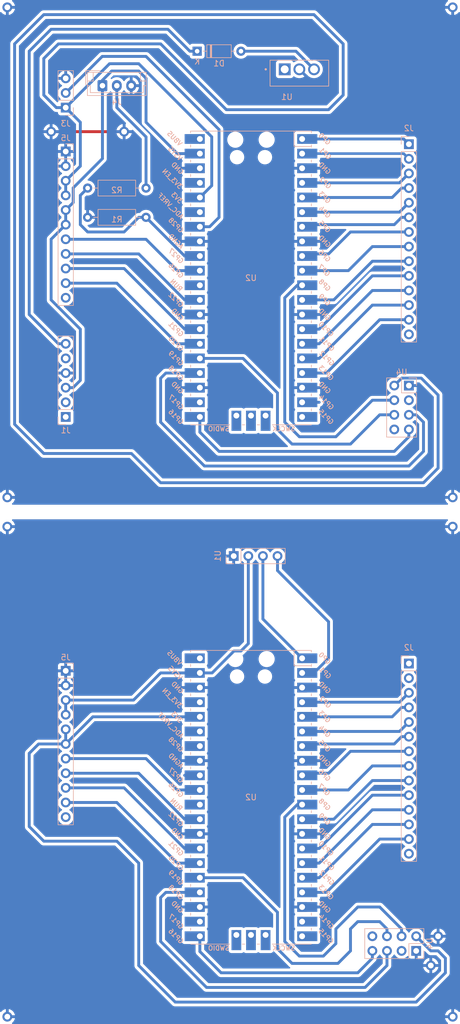
<source format=kicad_pcb>
(kicad_pcb (version 20221018) (generator pcbnew)
  (title_block (title "Sistema alerta incendios RPi - LoRa") (date "2023-11-28") (rev "1.0") (company "Diseño de sitemas electrónicos - UNAL") (comment 1 "dvamaya -juacastropa"))
  (layers (0 "F.Cu" signal) (31 "B.Cu" signal) (34 "B.Paste" user) (35 "F.Paste" user) (36 "B.SilkS" user "B.Silkscreen") (37 "F.SilkS" user "F.Silkscreen") (38 "B.Mask" user) (39 "F.Mask" user) (44 "Edge.Cuts" user))
  (net 0 "")
  (net 1 "Net-(D1-K)")
  (net 2 "Net-(D1-A)")
  (net 3 "GND")
  (net 10 "/Alimentacion/OUT+")
  (net 11 "/Alimentacion/OUT-")
  (net 12 "/Alimentacion/Vin-")
  (net 13 "/3.3V")
  (net 14 "/Rasberry Pico/VBUS")
  (net 15 "/Modulo TX/RST")
  (net 16 "/Modulo TX/DIO0")
  (net 17 "/vcc")
  (net 18 "/GPIO0")
  (net 19 "/GPIO1")
  (net 20 "/GPIO2")
  (net 21 "/GPIO3")
  (net 22 "/GPIO4")
  (net 23 "/GPIO5")
  (net 24 "/GPIO9")
  (net 25 "/GPIO7")
  (net 26 "/GPIO6")
  (net 27 "/GPIO10")
  (net 28 "/GPIO11")
  (net 29 "/GPIO12")
  (net 30 "/GPIO13")
  (net 31 "/GPIO14")
  (net 32 "/GPIO15")
  (net 33 "/GPIO17")
  (net 34 "/GPIO20")
  (net 35 "/GPIO21")
  (net 36 "/GPIO22")
  (net 37 "/GPIO26")
  (net 38 "/DHT11")
  (net 39 "Net-(J4-Pin_2)")
  (net 40 "/PIR")
  (net 41 "/Alimentacion/Vin+")
  (net 42 "/NSS")
  (net 43 "/MISO")
  (net 44 "/SCK")
  (net 45 "/MOSI")
  (net 46 "/Pines Extra/16")
  (net 47 "/Pines Extra/14")
  (footprint "Connector_PinHeader_2.54mm:PinHeader_1x11_P2.54mm_Vertical" (layer "B.Cu") (at 33.02 41.91 180)
    (fp_text reference "J5")
    (fp_text value "Conn_01x11")
  )
  (footprint "Connector_PinSocket_2.54mm:PinSocket_1x14_P2.54mm_Vertical" (layer "B.Cu") (at 92.71 40.64 180)
    (fp_text reference "J2")
    (fp_text value "Conn_01x15")
  )
  (footprint "Resistor_THT:R_Axial_DIN0207_L6.3mm_D2.5mm_P10.16mm_Horizontal" (layer "B.Cu") (at 46.99 53.34 180)
    (fp_text reference "R1")
    (fp_text value "3.3k")
  )
  (footprint "" (layer "B.Cu") (at 22.86 192.135 180)
    (fp_text reference "")
    (fp_text value "")
  )
  (footprint "Connector_PinSocket_2.54mm:PinSocket_1x03_P2.54mm_Vertical" (layer "B.Cu") (at 33.02 34.29)
    (fp_text reference "J3")
    (fp_text value "DHT11")
  )
  (footprint "L7805:TO255P1020X450X2000-3" (layer "B.Cu") (at 73.66 28.305)
    (fp_text reference "U1")
    (fp_text value "L7805")
  )
  (footprint "Connector_PinHeader_2.54mm:PinHeader_2x04_P2.54mm_Vertical" (layer "B.Cu") (at 92.71 82.55 180)
    (fp_text reference "U4")
    (fp_text value "RA-02_LORA_mod_V4.0")
  )
  (footprint "Connector_PinSocket_2.54mm:PinSocket_1x14_P2.54mm_Vertical" (layer "B.Cu") (at 92.71 130.81 180)
    (fp_text reference "J2")
    (fp_text value "Conn_01x15")
  )
  (footprint "Connector_PinHeader_2.54mm:PinHeader_1x06_P2.54mm_Vertical" (layer "B.Cu") (at 33.02 87.995)
    (fp_text reference "J1")
    (fp_text value "Conn_01x06_Socket")
  )
  (footprint "" (layer "B.Cu") (at 100.33 16.875 180)
    (fp_text reference "")
    (fp_text value "")
  )
  (footprint "Connector_PinHeader_2.54mm:PinHeader_1x11_P2.54mm_Vertical" (layer "B.Cu") (at 33.02 132.08 180)
    (fp_text reference "J5")
    (fp_text value "Conn_01x11")
  )
  (footprint "" (layer "B.Cu") (at 22.86 107.045 180)
    (fp_text reference "")
    (fp_text value "")
  )
  (footprint "" (layer "B.Cu") (at 22.86 101.965 180)
    (fp_text reference "")
    (fp_text value "")
  )
  (footprint "Display_LCD_16X2_module:Conn_LCD_Driver_16X2_module" (layer "B.Cu") (at 62.24 112.15 -90)
    (fp_text reference "U1")
    (fp_text value "LCD-DRIVER-I2C")
  )
  (footprint "" (layer "B.Cu") (at 97.79 178.165 180)
    (fp_text reference "")
    (fp_text value "")
  )
  (footprint "Connector_PinHeader_2.54mm:PinHeader_2x04_P2.54mm_Vertical" (layer "B.Cu") (at 93.98 180.705 90)
    (fp_text reference "U4")
    (fp_text value "RA-02_LORA_mod_V4.0")
  )
  (footprint "Diode_THT:D_DO-35_SOD27_P7.62mm_Horizontal" (layer "B.Cu") (at 55.88 24.495)
    (fp_text reference "D1")
    (fp_text value "1N4148")
  )
  (footprint "" (layer "B.Cu") (at 22.86 16.875 180)
    (fp_text reference "")
    (fp_text value "")
  )
  (footprint "Connector_JST:JST_EH_B3B-EH-A_1x03_P2.50mm_Vertical" (layer "B.Cu") (at 39.41 30.48)
    (fp_text reference "J4")
    (fp_text value "Conn_01x03_Socket")
  )
  (footprint "" (layer "B.Cu") (at 96.52 183.245 180)
    (fp_text reference "")
    (fp_text value "")
  )
  (footprint "Resistor_THT:R_Axial_DIN0207_L6.3mm_D2.5mm_P10.16mm_Horizontal" (layer "B.Cu") (at 36.83 48.26)
    (fp_text reference "R2")
    (fp_text value "1.8k")
  )
  (footprint "" (layer "B.Cu") (at 30.48 38.465 180)
    (fp_text reference "")
    (fp_text value "")
  )
  (footprint "" (layer "B.Cu") (at 100.33 107.045 180)
    (fp_text reference "")
    (fp_text value "")
  )
  (footprint "" (layer "B.Cu") (at 43.18 38.465 180)
    (fp_text reference "")
    (fp_text value "")
  )
  (footprint "MCU_RaspberryPi_and_Boards:RPi_Pico_SMD_TH" (layer "B.Cu") (at 65.245 63.865 180)
    (fp_text reference "U2")
    (fp_text value "Pico")
  )
  (footprint "MCU_RaspberryPi_and_Boards:RPi_Pico_SMD_TH" (layer "B.Cu") (at 65.245 154.035 180)
    (fp_text reference "U2")
    (fp_text value "Pico")
  )
  (footprint "" (layer "B.Cu") (at 100.33 192.135 180)
    (fp_text reference "")
    (fp_text value "")
  )
  (footprint "" (layer "B.Cu") (at 100.33 101.965 180)
    (fp_text reference "")
    (fp_text value "")
  )
  (segment (start 69.86 112.15) (end 69.86 114.675) (width 0.5) (layer "B.Cu") (net 0))
  (segment (start 76.2 132.445) (end 74.135 132.445) (width 0.5) (layer "B.Cu") (net 0))
  (segment (start 78.74 129.905) (end 76.2 132.445) (width 0.5) (layer "B.Cu") (net 0))
  (segment (start 67.32 123.09) (end 74.135 129.905) (width 0.5) (layer "B.Cu") (net 0))
  (segment (start 74.5 132.08) (end 74.135 132.445) (width 0.45) (layer "B.Cu") (net 0))
  (segment (start 67.32 112.15) (end 67.32 123.09) (width 0.5) (layer "B.Cu") (net 0))
  (segment (start 69.86 114.675) (end 78.74 123.555) (width 0.5) (layer "B.Cu") (net 0))
  (segment (start 78.74 123.555) (end 78.74 129.905) (width 0.5) (layer "B.Cu") (net 0))
  (segment (start 26.67 70.215) (end 26.67 24.495) (width 0.5) (layer "B.Cu") (net 1))
  (segment (start 30.48 20.685) (end 50.8 20.685) (width 0.5) (layer "B.Cu") (net 1))
  (segment (start 54.61 24.495) (end 55.88 24.495) (width 0.5) (layer "B.Cu") (net 1))
  (segment (start 50.8 20.685) (end 54.61 24.495) (width 0.5) (layer "B.Cu") (net 1))
  (segment (start 26.67 24.495) (end 30.48 20.685) (width 0.5) (layer "B.Cu") (net 1))
  (segment (start 31.75 75.295) (end 26.67 70.215) (width 0.5) (layer "B.Cu") (net 1))
  (segment (start 33.02 75.295) (end 31.75 75.295) (width 0.5) (layer "B.Cu") (net 1))
  (segment (start 73.0625 24.495) (end 76.21 27.6425) (width 0.5) (layer "B.Cu") (net 2))
  (segment (start 63.5 24.495) (end 73.0625 24.495) (width 0.5) (layer "B.Cu") (net 2))
  (segment (start 30.48 38.465) (end 43.18 38.465) (width 0.5) (layer "F.Cu") (net 3))
  (segment (start 33.02 132.08) (end 33.02 134.62) (width 0.5) (layer "B.Cu") (net 3))
  (segment (start 33.02 41.91) (end 33.02 44.45) (width 0.5) (layer "B.Cu") (net 3))
  (segment (start 29.21 18.145) (end 24.13 23.225) (width 0.5) (layer "B.Cu") (net 13))
  (segment (start 96.52 180.705) (end 97.79 180.705) (width 0.5) (layer "B.Cu") (net 13))
  (segment (start 44.45 94.345) (end 49.53 99.425) (width 0.5) (layer "B.Cu") (net 13))
  (segment (start 29.21 161.655) (end 26.67 159.115) (width 0.5) (layer "B.Cu") (net 13))
  (segment (start 97.79 84.185) (end 94.855 81.25) (width 0.5) (layer "B.Cu") (net 13))
  (segment (start 45.72 183.245) (end 45.72 165.465) (width 0.5) (layer "B.Cu") (net 13))
  (segment (start 97.79 96.885) (end 97.79 84.185) (width 0.5) (layer "B.Cu") (net 13))
  (segment (start 31.385 34.29) (end 29.21 32.115) (width 0.5) (layer "B.Cu") (net 13))
  (segment (start 78.74 34.655) (end 81.28 32.115) (width 0.5) (layer "B.Cu") (net 13))
  (segment (start 28.305 144.78) (end 26.67 146.415) (width 0.5) (layer "B.Cu") (net 13))
  (segment (start 37.735 140.065) (end 56.355 140.065) (width 0.5) (layer "B.Cu") (net 13))
  (segment (start 41.91 161.655) (end 29.21 161.655) (width 0.5) (layer "B.Cu") (net 13))
  (segment (start 99.06 181.975) (end 99.06 184.515) (width 0.5) (layer "B.Cu") (net 13))
  (segment (start 93.98 189.595) (end 52.07 189.595) (width 0.5) (layer "B.Cu") (net 13))
  (segment (start 76.2 18.145) (end 29.21 18.145) (width 0.5) (layer "B.Cu") (net 13))
  (segment (start 94.855 81.25) (end 91.47 81.25) (width 0.5) (layer "B.Cu") (net 13))
  (segment (start 33.02 144.78) (end 37.735 140.065) (width 0.5) (layer "B.Cu") (net 13))
  (segment (start 29.21 32.115) (end 29.21 25.765) (width 0.5) (layer "B.Cu") (net 13))
  (segment (start 33.02 34.29) (end 35.56 36.83) (width 0.5) (layer "B.Cu") (net 13))
  (segment (start 40.64 26.67) (end 33.02 34.29) (width 0.5) (layer "B.Cu") (net 13))
  (segment (start 49.53 99.425) (end 95.25 99.425) (width 0.5) (layer "B.Cu") (net 13))
  (segment (start 45.72 26.67) (end 40.64 26.67) (width 0.5) (layer "B.Cu") (net 13))
  (segment (start 58.42 47.83) (end 58.42 39.37) (width 0.5) (layer "B.Cu") (net 13))
  (segment (start 29.21 25.765) (end 31.75 23.225) (width 0.5) (layer "B.Cu") (net 13))
  (segment (start 45.72 165.465) (end 41.91 161.655) (width 0.5) (layer "B.Cu") (net 13))
  (segment (start 97.79 180.705) (end 99.06 181.975) (width 0.5) (layer "B.Cu") (net 13))
  (segment (start 31.75 23.225) (end 49.53 23.225) (width 0.5) (layer "B.Cu") (net 13))
  (segment (start 33.02 142.24) (end 33.02 144.78) (width 0.5) (layer "B.Cu") (net 13))
  (segment (start 33.02 144.78) (end 28.305 144.78) (width 0.5) (layer "B.Cu") (net 13))
  (segment (start 93.98 178.165) (end 96.52 180.705) (width 0.5) (layer "B.Cu") (net 13))
  (segment (start 24.13 23.225) (end 24.13 89.265) (width 0.5) (layer "B.Cu") (net 13))
  (segment (start 99.06 184.515) (end 93.98 189.595) (width 0.5) (layer "B.Cu") (net 13))
  (segment (start 55.99 139.7) (end 56.355 140.065) (width 0.5) (layer "B.Cu") (net 13))
  (segment (start 58.42 39.37) (end 45.72 26.67) (width 0.5) (layer "B.Cu") (net 13))
  (segment (start 35.56 44.45) (end 33.02 46.99) (width 0.5) (layer "B.Cu") (net 13))
  (segment (start 91.47 81.25) (end 90.17 82.55) (width 0.5) (layer "B.Cu") (net 13))
  (segment (start 35.56 36.83) (end 35.56 44.45) (width 0.5) (layer "B.Cu") (net 13))
  (segment (start 95.25 99.425) (end 97.79 96.885) (width 0.5) (layer "B.Cu") (net 13))
  (segment (start 33.02 46.99) (end 33.02 49.53) (width 0.5) (layer "B.Cu") (net 13))
  (segment (start 33.02 34.29) (end 31.385 34.29) (width 0.5) (layer "B.Cu") (net 13))
  (segment (start 29.21 94.345) (end 44.45 94.345) (width 0.5) (layer "B.Cu") (net 13))
  (segment (start 60.96 34.655) (end 78.74 34.655) (width 0.5) (layer "B.Cu") (net 13))
  (segment (start 24.13 89.265) (end 29.21 94.345) (width 0.5) (layer "B.Cu") (net 13))
  (segment (start 81.28 23.225) (end 76.2 18.145) (width 0.5) (layer "B.Cu") (net 13))
  (segment (start 49.53 23.225) (end 60.96 34.655) (width 0.5) (layer "B.Cu") (net 13))
  (segment (start 33.385 49.895) (end 33.02 49.53) (width 0.5) (layer "B.Cu") (net 13))
  (segment (start 52.07 189.595) (end 45.72 183.245) (width 0.5) (layer "B.Cu") (net 13))
  (segment (start 26.67 146.415) (end 26.67 159.115) (width 0.5) (layer "B.Cu") (net 13))
  (segment (start 56.355 49.895) (end 58.42 47.83) (width 0.5) (layer "B.Cu") (net 13))
  (segment (start 81.28 32.115) (end 81.28 23.225) (width 0.5) (layer "B.Cu") (net 13))
  (segment (start 35.56 72.755) (end 35.56 81.645) (width 0.5) (layer "B.Cu") (net 17))
  (segment (start 56.355 132.445) (end 49.53 132.445) (width 0.5) (layer "B.Cu") (net 17))
  (segment (start 44.815 137.16) (end 33.02 137.16) (width 0.5) (layer "B.Cu") (net 17))
  (segment (start 46.99 36.83) (end 52.435 42.275) (width 0.5) (layer "B.Cu") (net 17))
  (segment (start 39.41 29.535) (end 41.005 27.94) (width 0.5) (layer "B.Cu") (net 17))
  (segment (start 34.29 82.915) (end 33.02 82.915) (width 0.5) (layer "B.Cu") (net 17))
  (segment (start 39.41 30.48) (end 39.950487 30.48) (width 0.5) (layer "B.Cu") (net 17))
  (segment (start 46.99 29.21) (end 46.99 36.83) (width 0.5) (layer "B.Cu") (net 17))
  (segment (start 33.385 140.065) (end 33.02 139.7) (width 0.5) (layer "B.Cu") (net 17))
  (segment (start 52.435 42.275) (end 56.355 42.275) (width 0.5) (layer "B.Cu") (net 17))
  (segment (start 45.72 27.94) (end 46.99 29.21) (width 0.5) (layer "B.Cu") (net 17))
  (segment (start 33.02 137.16) (end 33.02 139.7) (width 0.5) (layer "B.Cu") (net 17))
  (segment (start 39.41 43.14) (end 39.41 30.48) (width 0.5) (layer "B.Cu") (net 17))
  (segment (start 41.005 27.94) (end 45.72 27.94) (width 0.5) (layer "B.Cu") (net 17))
  (segment (start 49.53 132.445) (end 44.815 137.16) (width 0.5) (layer "B.Cu") (net 17))
  (segment (start 34.32 48.23) (end 39.41 43.14) (width 0.5) (layer "B.Cu") (net 17))
  (segment (start 39.41 30.48) (end 39.41 29.535) (width 0.5) (layer "B.Cu") (net 17))
  (segment (start 33.02 54.61) (end 30.48 57.15) (width 0.5) (layer "B.Cu") (net 17))
  (segment (start 64.78 112.15) (end 64.78 127.355) (width 0.5) (layer "B.Cu") (net 17))
  (segment (start 34.32 50.77) (end 34.32 48.23) (width 0.5) (layer "B.Cu") (net 17))
  (segment (start 64.78 127.355) (end 63.5 128.635) (width 0.5) (layer "B.Cu") (net 17))
  (segment (start 62.293654 128.635) (end 58.483654 132.445) (width 0.5) (layer "B.Cu") (net 17))
  (segment (start 33.02 52.07) (end 34.32 50.77) (width 0.5) (layer "B.Cu") (net 17))
  (segment (start 33.02 52.07) (end 33.02 54.61) (width 0.5) (layer "B.Cu") (net 17))
  (segment (start 30.48 57.15) (end 30.48 67.675) (width 0.5) (layer "B.Cu") (net 17))
  (segment (start 58.483654 132.445) (end 56.355 132.445) (width 0.5) (layer "B.Cu") (net 17))
  (segment (start 63.5 128.635) (end 62.293654 128.635) (width 0.5) (layer "B.Cu") (net 17))
  (segment (start 30.48 67.675) (end 35.56 72.755) (width 0.5) (layer "B.Cu") (net 17))
  (segment (start 35.56 81.645) (end 34.29 82.915) (width 0.5) (layer "B.Cu") (net 17))
  (segment (start 74.135 39.735) (end 91.805 39.735) (width 0.5) (layer "B.Cu") (net 18))
  (segment (start 91.805 39.735) (end 92.71 40.64) (width 0.5) (layer "B.Cu") (net 18))
  (segment (start 74.5 41.91) (end 74.135 42.275) (width 0.45) (layer "B.Cu") (net 19))
  (segment (start 91.805 42.275) (end 92.71 43.18) (width 0.45) (layer "B.Cu") (net 19))
  (segment (start 74.135 42.275) (end 91.805 42.275) (width 0.45) (layer "B.Cu") (net 19))
  (segment (start 74.135 47.355) (end 91.075 47.355) (width 0.5) (layer "B.Cu") (net 20))
  (segment (start 91.075 137.525) (end 92.71 135.89) (width 0.5) (layer "B.Cu") (net 20))
  (segment (start 74.135 137.525) (end 91.075 137.525) (width 0.5) (layer "B.Cu") (net 20))
  (segment (start 91.075 47.355) (end 92.71 45.72) (width 0.5) (layer "B.Cu") (net 20))
  (segment (start 89.805 140.065) (end 74.135 140.065) (width 0.5) (layer "B.Cu") (net 21))
  (segment (start 89.805 49.895) (end 74.135 49.895) (width 0.5) (layer "B.Cu") (net 21))
  (segment (start 91.44 48.26) (end 89.805 49.895) (width 0.5) (layer "B.Cu") (net 21))
  (segment (start 92.71 48.26) (end 91.44 48.26) (width 0.5) (layer "B.Cu") (net 21))
  (segment (start 92.71 138.43) (end 91.44 138.43) (width 0.5) (layer "B.Cu") (net 21))
  (segment (start 91.44 138.43) (end 89.805 140.065) (width 0.5) (layer "B.Cu") (net 21))
  (segment (start 91.075 52.435) (end 92.71 50.8) (width 0.5) (layer "B.Cu") (net 22))
  (segment (start 91.075 142.605) (end 92.71 140.97) (width 0.5) (layer "B.Cu") (net 22))
  (segment (start 74.135 142.605) (end 91.075 142.605) (width 0.5) (layer "B.Cu") (net 22))
  (segment (start 74.135 52.435) (end 91.075 52.435) (width 0.5) (layer "B.Cu") (net 22))
  (segment (start 91.44 53.34) (end 90.17 54.61) (width 0.5) (layer "B.Cu") (net 23))
  (segment (start 90.17 54.61) (end 74.5 54.61) (width 0.5) (layer "B.Cu") (net 23))
  (segment (start 74.5 144.78) (end 74.135 145.145) (width 0.5) (layer "B.Cu") (net 23))
  (segment (start 92.71 53.34) (end 91.44 53.34) (width 0.5) (layer "B.Cu") (net 23))
  (segment (start 91.44 143.51) (end 90.17 144.78) (width 0.5) (layer "B.Cu") (net 23))
  (segment (start 92.71 143.51) (end 91.44 143.51) (width 0.5) (layer "B.Cu") (net 23))
  (segment (start 74.5 54.61) (end 74.135 54.975) (width 0.5) (layer "B.Cu") (net 23))
  (segment (start 90.17 144.78) (end 74.5 144.78) (width 0.5) (layer "B.Cu") (net 23))
  (segment (start 86.36 151.13) (end 79.645 157.845) (width 0.5) (layer "B.Cu") (net 24))
  (segment (start 92.71 60.96) (end 86.36 60.96) (width 0.5) (layer "B.Cu") (net 24))
  (segment (start 79.645 157.845) (end 74.135 157.845) (width 0.5) (layer "B.Cu") (net 24))
  (segment (start 92.71 151.13) (end 86.36 151.13) (width 0.5) (layer "B.Cu") (net 24))
  (segment (start 86.36 60.96) (end 79.645 67.675) (width 0.5) (layer "B.Cu") (net 24))
  (segment (start 79.645 67.675) (end 74.135 67.675) (width 0.5) (layer "B.Cu") (net 24))
  (segment (start 82.185 152.765) (end 74.135 152.765) (width 0.5) (layer "B.Cu") (net 25))
  (segment (start 92.71 58.42) (end 86.36 58.42) (width 0.5) (layer "B.Cu") (net 25))
  (segment (start 82.185 62.595) (end 74.135 62.595) (width 0.5) (layer "B.Cu") (net 25))
  (segment (start 86.36 58.42) (end 82.185 62.595) (width 0.5) (layer "B.Cu") (net 25))
  (segment (start 92.71 148.59) (end 86.36 148.59) (width 0.5) (layer "B.Cu") (net 25))
  (segment (start 86.36 148.59) (end 82.185 152.765) (width 0.5) (layer "B.Cu") (net 25))
  (segment (start 74.5 149.86) (end 74.135 150.225) (width 0.5) (layer "B.Cu") (net 26))
  (segment (start 78.74 59.69) (end 74.5 59.69) (width 0.5) (layer "B.Cu") (net 26))
  (segment (start 82.55 55.88) (end 78.74 59.69) (width 0.5) (layer "B.Cu") (net 26))
  (segment (start 74.5 59.69) (end 74.135 60.055) (width 0.5) (layer "B.Cu") (net 26))
  (segment (start 78.74 149.86) (end 74.5 149.86) (width 0.5) (layer "B.Cu") (net 26))
  (segment (start 82.55 146.05) (end 78.74 149.86) (width 0.5) (layer "B.Cu") (net 26))
  (segment (start 92.71 55.88) (end 82.55 55.88) (width 0.5) (layer "B.Cu") (net 26))
  (segment (start 92.71 146.05) (end 82.55 146.05) (width 0.5) (layer "B.Cu") (net 26))
  (segment (start 86.36 153.67) (end 77.105 162.925) (width 0.5) (layer "B.Cu") (net 27))
  (segment (start 92.71 63.5) (end 86.36 63.5) (width 0.5) (layer "B.Cu") (net 27))
  (segment (start 77.105 162.925) (end 74.135 162.925) (width 0.5) (layer "B.Cu") (net 27))
  (segment (start 86.36 63.5) (end 77.105 72.755) (width 0.5) (layer "B.Cu") (net 27))
  (segment (start 77.105 72.755) (end 74.135 72.755) (width 0.5) (layer "B.Cu") (net 27))
  (segment (start 92.71 153.67) (end 86.36 153.67) (width 0.5) (layer "B.Cu") (net 27))
  (segment (start 77.105 75.295) (end 74.135 75.295) (width 0.5) (layer "B.Cu") (net 28))
  (segment (start 92.71 156.21) (end 86.36 156.21) (width 0.5) (layer "B.Cu") (net 28))
  (segment (start 86.36 66.04) (end 77.105 75.295) (width 0.5) (layer "B.Cu") (net 28))
  (segment (start 92.71 66.04) (end 86.36 66.04) (width 0.5) (layer "B.Cu") (net 28))
  (segment (start 86.36 156.21) (end 77.105 165.465) (width 0.5) (layer "B.Cu") (net 28))
  (segment (start 77.105 165.465) (end 74.135 165.465) (width 0.5) (layer "B.Cu") (net 28))
  (segment (start 77.105 168.005) (end 74.135 168.005) (width 0.5) (layer "B.Cu") (net 29))
  (segment (start 77.105 77.835) (end 74.135 77.835) (width 0.5) (layer "B.Cu") (net 29))
  (segment (start 92.71 68.58) (end 86.36 68.58) (width 0.5) (layer "B.Cu") (net 29))
  (segment (start 86.36 68.58) (end 77.105 77.835) (width 0.5) (layer "B.Cu") (net 29))
  (segment (start 86.36 158.75) (end 77.105 168.005) (width 0.5) (layer "B.Cu") (net 29))
  (segment (start 92.71 158.75) (end 86.36 158.75) (width 0.5) (layer "B.Cu") (net 29))
  (segment (start 78.375 80.375) (end 74.135 80.375) (width 0.5) (layer "B.Cu") (net 30))
  (segment (start 92.71 161.29) (end 87.63 161.29) (width 0.5) (layer "B.Cu") (net 30))
  (segment (start 87.63 71.12) (end 78.375 80.375) (width 0.5) (layer "B.Cu") (net 30))
  (segment (start 92.71 71.12) (end 87.63 71.12) (width 0.5) (layer "B.Cu") (net 30))
  (segment (start 78.375 170.545) (end 74.135 170.545) (width 0.5) (layer "B.Cu") (net 30))
  (segment (start 87.63 161.29) (end 78.375 170.545) (width 0.5) (layer "B.Cu") (net 30))
  (segment (start 77.105 85.455) (end 74.135 85.455) (width 0.5) (layer "B.Cu") (net 31))
  (segment (start 33.02 154.94) (end 41.91 154.94) (width 0.5) (layer "B.Cu") (net 34))
  (segment (start 52.435 165.465) (end 56.355 165.465) (width 0.5) (layer "B.Cu") (net 34))
  (segment (start 41.91 154.94) (end 52.435 165.465) (width 0.5) (layer "B.Cu") (net 34))
  (segment (start 33.02 64.77) (end 41.91 64.77) (width 0.5) (layer "B.Cu") (net 34))
  (segment (start 41.91 64.77) (end 52.435 75.295) (width 0.5) (layer "B.Cu") (net 34))
  (segment (start 52.435 75.295) (end 56.355 75.295) (width 0.5) (layer "B.Cu") (net 34))
  (segment (start 43.18 62.23) (end 53.705 72.755) (width 0.5) (layer "B.Cu") (net 35))
  (segment (start 33.02 152.4) (end 43.18 152.4) (width 0.5) (layer "B.Cu") (net 35))
  (segment (start 43.18 152.4) (end 53.705 162.925) (width 0.5) (layer "B.Cu") (net 35))
  (segment (start 53.705 72.755) (end 56.355 72.755) (width 0.5) (layer "B.Cu") (net 35))
  (segment (start 33.02 62.23) (end 43.18 62.23) (width 0.5) (layer "B.Cu") (net 35))
  (segment (start 53.705 162.925) (end 56.355 162.925) (width 0.5) (layer "B.Cu") (net 35))
  (segment (start 53.705 67.675) (end 56.355 67.675) (width 0.5) (layer "B.Cu") (net 36))
  (segment (start 33.02 59.69) (end 45.72 59.69) (width 0.5) (layer "B.Cu") (net 36))
  (segment (start 53.705 157.845) (end 56.355 157.845) (width 0.5) (layer "B.Cu") (net 36))
  (segment (start 45.72 149.86) (end 53.705 157.845) (width 0.5) (layer "B.Cu") (net 36))
  (segment (start 45.72 59.69) (end 53.705 67.675) (width 0.5) (layer "B.Cu") (net 36))
  (segment (start 33.02 149.86) (end 45.72 149.86) (width 0.5) (layer "B.Cu") (net 36))
  (segment (start 52.435 152.765) (end 56.355 152.765) (width 0.5) (layer "B.Cu") (net 37))
  (segment (start 46.99 57.15) (end 52.435 62.595) (width 0.5) (layer "B.Cu") (net 37))
  (segment (start 46.99 147.32) (end 52.435 152.765) (width 0.5) (layer "B.Cu") (net 37))
  (segment (start 52.435 62.595) (end 56.355 62.595) (width 0.5) (layer "B.Cu") (net 37))
  (segment (start 33.02 57.15) (end 46.99 57.15) (width 0.5) (layer "B.Cu") (net 37))
  (segment (start 33.02 147.32) (end 46.99 147.32) (width 0.5) (layer "B.Cu") (net 37))
  (segment (start 59.69 53.34) (end 58.055 54.975) (width 0.5) (layer "B.Cu") (net 38))
  (segment (start 46.99 25.4) (end 59.69 38.1) (width 0.5) (layer "B.Cu") (net 38))
  (segment (start 39.37 25.4) (end 46.99 25.4) (width 0.5) (layer "B.Cu") (net 38))
  (segment (start 33.02 31.75) (end 39.37 25.4) (width 0.5) (layer "B.Cu") (net 38))
  (segment (start 59.69 38.1) (end 59.69 53.34) (width 0.5) (layer "B.Cu") (net 38))
  (segment (start 58.055 54.975) (end 56.355 54.975) (width 0.5) (layer "B.Cu") (net 38))
  (segment (start 41.91 30.48) (end 41.91 34.29) (width 0.5) (layer "B.Cu") (net 39))
  (segment (start 41.91 34.29) (end 46.99 39.37) (width 0.5) (layer "B.Cu") (net 39))
  (segment (start 46.99 39.37) (end 46.99 48.26) (width 0.5) (layer "B.Cu") (net 39))
  (segment (start 46.99 53.34) (end 53.705 60.055) (width 0.5) (layer "B.Cu") (net 40))
  (segment (start 35.56 49.53) (end 36.83 48.26) (width 0.5) (layer "B.Cu") (net 40))
  (segment (start 53.705 60.055) (end 56.355 60.055) (width 0.5) (layer "B.Cu") (net 40))
  (segment (start 35.56 54.61) (end 35.56 49.53) (width 0.5) (layer "B.Cu") (net 40))
  (segment (start 45.72 53.34) (end 43.18 55.88) (width 0.5) (layer "B.Cu") (net 40))
  (segment (start 43.18 55.88) (end 36.83 55.88) (width 0.5) (layer "B.Cu") (net 40))
  (segment (start 46.99 53.34) (end 45.72 53.34) (width 0.5) (layer "B.Cu") (net 40))
  (segment (start 36.83 55.88) (end 35.56 54.61) (width 0.5) (layer "B.Cu") (net 40))
  (segment (start 53.705 150.225) (end 56.355 150.225) (width 0.5) (layer "B.Cu") (net 40))
  (segment (start 91.44 176.895) (end 91.44 178.165) (width 0.5) (layer "B.Cu") (net 42))
  (segment (start 80.01 179.435) (end 80.01 176.895) (width 0.5) (layer "B.Cu") (net 42))
  (segment (start 73.295 155.305) (end 71.12 157.48) (width 0.5) (layer "B.Cu") (net 42))
  (segment (start 73.295 65.135) (end 74.135 65.135) (width 0.5) (layer "B.Cu") (net 42))
  (segment (start 87.63 173.085) (end 91.44 176.895) (width 0.5) (layer "B.Cu") (net 42))
  (segment (start 80.01 176.895) (end 83.82 173.085) (width 0.5) (layer "B.Cu") (net 42))
  (segment (start 86.36 85.09) (end 80.01 91.44) (width 0.5) (layer "B.Cu") (net 42))
  (segment (start 77.835 181.61) (end 80.01 179.435) (width 0.5) (layer "B.Cu") (net 42))
  (segment (start 90.17 85.09) (end 86.36 85.09) (width 0.5) (layer "B.Cu") (net 42))
  (segment (start 71.12 88.9) (end 71.12 67.31) (width 0.5) (layer "B.Cu") (net 42))
  (segment (start 74.135 155.305) (end 73.295 155.305) (width 0.5) (layer "B.Cu") (net 42))
  (segment (start 71.12 67.31) (end 73.295 65.135) (width 0.5) (layer "B.Cu") (net 42))
  (segment (start 83.82 173.085) (end 87.63 173.085) (width 0.5) (layer "B.Cu") (net 42))
  (segment (start 80.01 91.44) (end 73.66 91.44) (width 0.5) (layer "B.Cu") (net 42))
  (segment (start 71.12 179.07) (end 73.66 181.61) (width 0.5) (layer "B.Cu") (net 42))
  (segment (start 73.66 91.44) (end 71.12 88.9) (width 0.5) (layer "B.Cu") (net 42))
  (segment (start 73.66 181.61) (end 77.835 181.61) (width 0.5) (layer "B.Cu") (net 42))
  (segment (start 71.12 157.48) (end 71.12 179.07) (width 0.5) (layer "B.Cu") (net 42))
  (segment (start 83.82 184.515) (end 60.055 184.515) (width 0.5) (layer "B.Cu") (net 43))
  (segment (start 59.69 93.98) (end 56.355 90.645) (width 0.5) (layer "B.Cu") (net 43))
  (segment (start 56.355 180.815) (end 56.355 178.165) (width 0.5) (layer "B.Cu") (net 43))
  (segment (start 56.355 90.645) (end 56.355 87.995) (width 0.5) (layer "B.Cu") (net 43))
  (segment (start 86.36 181.975) (end 83.82 184.515) (width 0.5) (layer "B.Cu") (net 43))
  (segment (start 86.36 180.705) (end 86.36 181.975) (width 0.5) (layer "B.Cu") (net 43))
  (segment (start 92.71 90.17) (end 92.71 91.44) (width 0.5) (layer "B.Cu") (net 43))
  (segment (start 90.17 93.98) (end 59.69 93.98) (width 0.5) (layer "B.Cu") (net 43))
  (segment (start 60.055 184.515) (end 56.355 180.815) (width 0.5) (layer "B.Cu") (net 43))
  (segment (start 92.71 91.44) (end 90.17 93.98) (width 0.5) (layer "B.Cu") (net 43))
  (segment (start 57.15 96.52) (end 49.53 88.9) (width 0.5) (layer "B.Cu") (net 44))
  (segment (start 92.71 96.52) (end 57.15 96.52) (width 0.5) (layer "B.Cu") (net 44))
  (segment (start 49.53 171.45) (end 50.435 170.545) (width 0.5) (layer "B.Cu") (net 44))
  (segment (start 95.25 88.9) (end 95.25 93.98) (width 0.5) (layer "B.Cu") (net 44))
  (segment (start 57.515 187.055) (end 49.53 179.07) (width 0.5) (layer "B.Cu") (net 44))
  (segment (start 88.9 180.705) (end 88.9 183.245) (width 0.5) (layer "B.Cu") (net 44))
  (segment (start 95.25 93.98) (end 92.71 96.52) (width 0.5) (layer "B.Cu") (net 44))
  (segment (start 49.53 81.28) (end 50.435 80.375) (width 0.5) (layer "B.Cu") (net 44))
  (segment (start 49.53 179.07) (end 49.53 171.45) (width 0.5) (layer "B.Cu") (net 44))
  (segment (start 92.71 87.63) (end 93.98 87.63) (width 0.5) (layer "B.Cu") (net 44))
  (segment (start 93.98 87.63) (end 95.25 88.9) (width 0.5) (layer "B.Cu") (net 44))
  (segment (start 88.9 183.245) (end 85.09 187.055) (width 0.5) (layer "B.Cu") (net 44))
  (segment (start 50.435 80.375) (end 56.355 80.375) (width 0.5) (layer "B.Cu") (net 44))
  (segment (start 50.435 170.545) (end 56.355 170.545) (width 0.5) (layer "B.Cu") (net 44))
  (segment (start 85.09 187.055) (end 57.515 187.055) (width 0.5) (layer "B.Cu") (net 44))
  (segment (start 49.53 88.9) (end 49.53 81.28) (width 0.5) (layer "B.Cu") (net 44))
  (segment (start 69.85 173.99) (end 63.865 168.005) (width 0.5) (layer "B.Cu") (net 45))
  (segment (start 69.85 83.82) (end 63.865 77.835) (width 0.5) (layer "B.Cu") (net 45))
  (segment (start 87.63 175.625) (end 83.82 175.625) (width 0.5) (layer "B.Cu") (net 45))
  (segment (start 63.865 168.005) (end 56.355 168.005) (width 0.5) (layer "B.Cu") (net 45))
  (segment (start 69.85 180.34) (end 69.85 173.99) (width 0.5) (layer "B.Cu") (net 45))
  (segment (start 72.39 182.88) (end 69.85 180.34) (width 0.5) (layer "B.Cu") (net 45))
  (segment (start 90.17 87.63) (end 87.63 87.63) (width 0.5) (layer "B.Cu") (net 45))
  (segment (start 63.865 77.835) (end 56.355 77.835) (width 0.5) (layer "B.Cu") (net 45))
  (segment (start 72.39 92.71) (end 69.85 90.17) (width 0.5) (layer "B.Cu") (net 45))
  (segment (start 82.55 92.71) (end 72.39 92.71) (width 0.5) (layer "B.Cu") (net 45))
  (segment (start 87.63 87.63) (end 82.55 92.71) (width 0.5) (layer "B.Cu") (net 45))
  (segment (start 83.82 175.625) (end 82.55 176.895) (width 0.5) (layer "B.Cu") (net 45))
  (segment (start 69.85 90.17) (end 69.85 83.82) (width 0.5) (layer "B.Cu") (net 45))
  (segment (start 88.9 176.895) (end 87.63 175.625) (width 0.5) (layer "B.Cu") (net 45))
  (segment (start 80.375 182.88) (end 72.39 182.88) (width 0.5) (layer "B.Cu") (net 45))
  (segment (start 88.9 178.165) (end 88.9 176.895) (width 0.5) (layer "B.Cu") (net 45))
  (segment (start 82.55 180.705) (end 80.375 182.88) (width 0.5) (layer "B.Cu") (net 45))
  (segment (start 82.55 176.895) (end 82.55 180.705) (width 0.5) (layer "B.Cu") (net 45))
  (zone (net 3) (net_name "GND") (layer "B.Cu") (connect_pads (clearance 0.5)) (min_thickness 0.25) (fill yes (thermal_gap 0.5) (thermal_bridge_width 0.5))
    (polygon (pts (xy 101.6 15.605) (xy 21.59 15.605) (xy 21.59 103.235) (xy 101.6 103.235)))
  )
  (zone (net 3) (net_name "GND") (layer "B.Cu") (connect_pads (clearance 0.5)) (min_thickness 0.25) (fill yes (thermal_gap 0.5) (thermal_bridge_width 0.5))
    (polygon (pts (xy 101.6 105.775) (xy 21.59 105.775) (xy 21.59 193.405) (xy 101.6 193.405)))
  )
)
</source>
